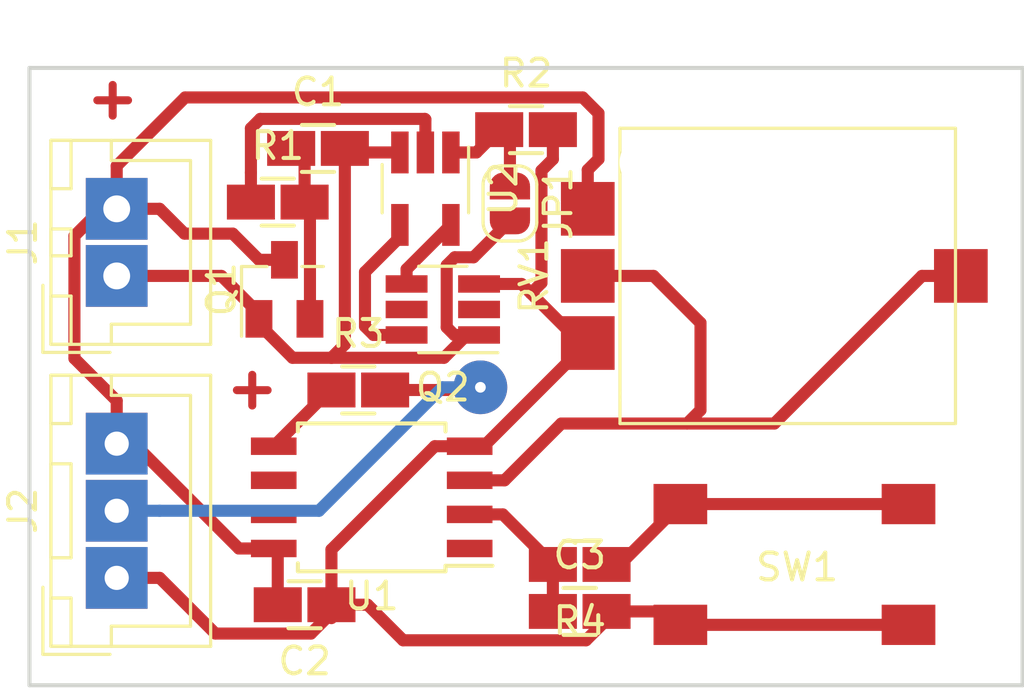
<source format=kicad_pcb>
(kicad_pcb (version 20171130) (host pcbnew 5.0.2-bee76a0~70~ubuntu18.04.1)

  (general
    (thickness 1.6)
    (drawings 6)
    (tracks 115)
    (zones 0)
    (modules 16)
    (nets 19)
  )

  (page A4)
  (layers
    (0 F.Cu signal)
    (31 B.Cu signal)
    (32 B.Adhes user)
    (33 F.Adhes user)
    (34 B.Paste user)
    (35 F.Paste user)
    (36 B.SilkS user)
    (37 F.SilkS user)
    (38 B.Mask user)
    (39 F.Mask user)
    (40 Dwgs.User user)
    (41 Cmts.User user)
    (42 Eco1.User user)
    (43 Eco2.User user)
    (44 Edge.Cuts user)
    (45 Margin user)
    (46 B.CrtYd user)
    (47 F.CrtYd user)
    (48 B.Fab user)
    (49 F.Fab user)
  )

  (setup
    (last_trace_width 0.45)
    (trace_clearance 0.2)
    (zone_clearance 0.508)
    (zone_45_only no)
    (trace_min 0.2)
    (segment_width 0.2)
    (edge_width 0.15)
    (via_size 2)
    (via_drill 0.4)
    (via_min_size 0.4)
    (via_min_drill 0.3)
    (uvia_size 0.3)
    (uvia_drill 0.1)
    (uvias_allowed no)
    (uvia_min_size 0.2)
    (uvia_min_drill 0.1)
    (pcb_text_width 0.3)
    (pcb_text_size 1.5 1.5)
    (mod_edge_width 0.15)
    (mod_text_size 1 1)
    (mod_text_width 0.15)
    (pad_size 1.524 1.524)
    (pad_drill 0.762)
    (pad_to_mask_clearance 0.051)
    (solder_mask_min_width 0.25)
    (aux_axis_origin 104 97)
    (visible_elements FFFFFF7F)
    (pcbplotparams
      (layerselection 0x010fc_ffffffff)
      (usegerberextensions false)
      (usegerberattributes false)
      (usegerberadvancedattributes false)
      (creategerberjobfile false)
      (excludeedgelayer true)
      (linewidth 0.100000)
      (plotframeref false)
      (viasonmask false)
      (mode 1)
      (useauxorigin false)
      (hpglpennumber 1)
      (hpglpenspeed 20)
      (hpglpendiameter 15.000000)
      (psnegative false)
      (psa4output false)
      (plotreference true)
      (plotvalue true)
      (plotinvisibletext false)
      (padsonsilk false)
      (subtractmaskfromsilk false)
      (outputformat 1)
      (mirror false)
      (drillshape 1)
      (scaleselection 1)
      (outputdirectory ""))
  )

  (net 0 "")
  (net 1 "Net-(RV1-Pad2)")
  (net 2 GND)
  (net 3 VCC)
  (net 4 "Net-(J2-Pad2)")
  (net 5 "Net-(C1-Pad2)")
  (net 6 "Net-(C1-Pad1)")
  (net 7 "Net-(R1-Pad1)")
  (net 8 NEOPIXEL)
  (net 9 "Net-(Q2-Pad5)")
  (net 10 "Net-(Q2-Pad2)")
  (net 11 "Net-(Q2-Pad4)")
  (net 12 "Net-(Q2-Pad6)")
  (net 13 "Net-(U1-Pad1)")
  (net 14 "Net-(U1-Pad7)")
  (net 15 "Net-(U1-Pad6)")
  (net 16 "Net-(R4-Pad1)")
  (net 17 BTN)
  (net 18 "Net-(JP1-Pad1)")

  (net_class Default "This is the default net class."
    (clearance 0.2)
    (trace_width 0.45)
    (via_dia 2)
    (via_drill 0.4)
    (uvia_dia 0.3)
    (uvia_drill 0.1)
    (add_net BTN)
    (add_net GND)
    (add_net NEOPIXEL)
    (add_net "Net-(C1-Pad1)")
    (add_net "Net-(C1-Pad2)")
    (add_net "Net-(J2-Pad2)")
    (add_net "Net-(JP1-Pad1)")
    (add_net "Net-(Q2-Pad2)")
    (add_net "Net-(Q2-Pad4)")
    (add_net "Net-(Q2-Pad5)")
    (add_net "Net-(Q2-Pad6)")
    (add_net "Net-(R1-Pad1)")
    (add_net "Net-(R4-Pad1)")
    (add_net "Net-(RV1-Pad2)")
    (add_net "Net-(U1-Pad1)")
    (add_net "Net-(U1-Pad6)")
    (add_net "Net-(U1-Pad7)")
    (add_net VCC)
  )

  (module Jumper:SolderJumper-2_P1.3mm_Open_RoundedPad1.0x1.5mm (layer F.Cu) (tedit 5B391E66) (tstamp 5C7FB8F5)
    (at 121.9 79.05 270)
    (descr "SMD Solder Jumper, 1x1.5mm, rounded Pads, 0.3mm gap, open")
    (tags "solder jumper open")
    (path /5C5437A5)
    (attr virtual)
    (fp_text reference JP1 (at 0 -1.8 270) (layer F.SilkS)
      (effects (font (size 1 1) (thickness 0.15)))
    )
    (fp_text value Jumper_NO_Small (at 0 1.9 270) (layer F.Fab)
      (effects (font (size 1 1) (thickness 0.15)))
    )
    (fp_arc (start 0.7 -0.3) (end 1.4 -0.3) (angle -90) (layer F.SilkS) (width 0.12))
    (fp_arc (start 0.7 0.3) (end 0.7 1) (angle -90) (layer F.SilkS) (width 0.12))
    (fp_arc (start -0.7 0.3) (end -1.4 0.3) (angle -90) (layer F.SilkS) (width 0.12))
    (fp_arc (start -0.7 -0.3) (end -0.7 -1) (angle -90) (layer F.SilkS) (width 0.12))
    (fp_line (start -1.4 0.3) (end -1.4 -0.3) (layer F.SilkS) (width 0.12))
    (fp_line (start 0.7 1) (end -0.7 1) (layer F.SilkS) (width 0.12))
    (fp_line (start 1.4 -0.3) (end 1.4 0.3) (layer F.SilkS) (width 0.12))
    (fp_line (start -0.7 -1) (end 0.7 -1) (layer F.SilkS) (width 0.12))
    (fp_line (start -1.65 -1.25) (end 1.65 -1.25) (layer F.CrtYd) (width 0.05))
    (fp_line (start -1.65 -1.25) (end -1.65 1.25) (layer F.CrtYd) (width 0.05))
    (fp_line (start 1.65 1.25) (end 1.65 -1.25) (layer F.CrtYd) (width 0.05))
    (fp_line (start 1.65 1.25) (end -1.65 1.25) (layer F.CrtYd) (width 0.05))
    (pad 1 smd custom (at -0.65 0 270) (size 1 0.5) (layers F.Cu F.Mask)
      (net 18 "Net-(JP1-Pad1)") (zone_connect 0)
      (options (clearance outline) (anchor rect))
      (primitives
        (gr_circle (center 0 0.25) (end 0.5 0.25) (width 0))
        (gr_circle (center 0 -0.25) (end 0.5 -0.25) (width 0))
        (gr_poly (pts
           (xy 0 -0.75) (xy 0.5 -0.75) (xy 0.5 0.75) (xy 0 0.75)) (width 0))
      ))
    (pad 2 smd custom (at 0.65 0 270) (size 1 0.5) (layers F.Cu F.Mask)
      (net 5 "Net-(C1-Pad2)") (zone_connect 0)
      (options (clearance outline) (anchor rect))
      (primitives
        (gr_circle (center 0 0.25) (end 0.5 0.25) (width 0))
        (gr_circle (center 0 -0.25) (end 0.5 -0.25) (width 0))
        (gr_poly (pts
           (xy 0 -0.75) (xy -0.5 -0.75) (xy -0.5 0.75) (xy 0 0.75)) (width 0))
      ))
  )

  (module Package_TO_SOT_SMD:SOT-23-6_Handsoldering (layer F.Cu) (tedit 5A02FF57) (tstamp 5C7FAFE5)
    (at 119.4 83 180)
    (descr "6-pin SOT-23 package, Handsoldering")
    (tags "SOT-23-6 Handsoldering")
    (path /5C538EB7)
    (attr smd)
    (fp_text reference Q2 (at 0 -2.9 180) (layer F.SilkS)
      (effects (font (size 1 1) (thickness 0.15)))
    )
    (fp_text value DMG9926UDM (at 0 2.9 180) (layer F.Fab)
      (effects (font (size 1 1) (thickness 0.15)))
    )
    (fp_text user %R (at 0 0 270) (layer F.Fab)
      (effects (font (size 0.5 0.5) (thickness 0.075)))
    )
    (fp_line (start -0.9 1.61) (end 0.9 1.61) (layer F.SilkS) (width 0.12))
    (fp_line (start 0.9 -1.61) (end -2.05 -1.61) (layer F.SilkS) (width 0.12))
    (fp_line (start -2.4 1.8) (end -2.4 -1.8) (layer F.CrtYd) (width 0.05))
    (fp_line (start 2.4 1.8) (end -2.4 1.8) (layer F.CrtYd) (width 0.05))
    (fp_line (start 2.4 -1.8) (end 2.4 1.8) (layer F.CrtYd) (width 0.05))
    (fp_line (start -2.4 -1.8) (end 2.4 -1.8) (layer F.CrtYd) (width 0.05))
    (fp_line (start -0.9 -0.9) (end -0.25 -1.55) (layer F.Fab) (width 0.1))
    (fp_line (start 0.9 -1.55) (end -0.25 -1.55) (layer F.Fab) (width 0.1))
    (fp_line (start -0.9 -0.9) (end -0.9 1.55) (layer F.Fab) (width 0.1))
    (fp_line (start 0.9 1.55) (end -0.9 1.55) (layer F.Fab) (width 0.1))
    (fp_line (start 0.9 -1.55) (end 0.9 1.55) (layer F.Fab) (width 0.1))
    (pad 1 smd rect (at -1.35 -0.95 180) (size 1.56 0.65) (layers F.Cu F.Paste F.Mask)
      (net 5 "Net-(C1-Pad2)"))
    (pad 2 smd rect (at -1.35 0 180) (size 1.56 0.65) (layers F.Cu F.Paste F.Mask)
      (net 10 "Net-(Q2-Pad2)"))
    (pad 3 smd rect (at -1.35 0.95 180) (size 1.56 0.65) (layers F.Cu F.Paste F.Mask)
      (net 2 GND))
    (pad 4 smd rect (at 1.35 0.95 180) (size 1.56 0.65) (layers F.Cu F.Paste F.Mask)
      (net 11 "Net-(Q2-Pad4)"))
    (pad 6 smd rect (at 1.35 -0.95 180) (size 1.56 0.65) (layers F.Cu F.Paste F.Mask)
      (net 12 "Net-(Q2-Pad6)"))
    (pad 5 smd rect (at 1.35 0 180) (size 1.56 0.65) (layers F.Cu F.Paste F.Mask)
      (net 9 "Net-(Q2-Pad5)"))
    (model ${KISYS3DMOD}/Package_TO_SOT_SMD.3dshapes/SOT-23-6.wrl
      (at (xyz 0 0 0))
      (scale (xyz 1 1 1))
      (rotate (xyz 0 0 0))
    )
  )

  (module coddingtonbear:0805_Milling (layer F.Cu) (tedit 5A864972) (tstamp 5C7FA2A1)
    (at 124.5 92.5 180)
    (descr "Resistor SMD 0805, reflow soldering, Vishay (see dcrcw.pdf)")
    (tags "resistor 0805")
    (path /5C53F00F)
    (attr smd)
    (fp_text reference R4 (at 0 -2.1 180) (layer F.SilkS)
      (effects (font (size 1 1) (thickness 0.15)))
    )
    (fp_text value 1k (at 0 2.1 180) (layer F.Fab)
      (effects (font (size 1 1) (thickness 0.15)))
    )
    (fp_line (start 0.6 0.875) (end -0.6 0.875) (layer F.SilkS) (width 0.15))
    (fp_line (start -0.6 -0.875) (end 0.6 -0.875) (layer F.SilkS) (width 0.15))
    (pad 1 smd rect (at -1 0 180) (size 1.79 1.3) (layers F.Cu F.Paste F.Mask)
      (net 16 "Net-(R4-Pad1)"))
    (pad 2 smd rect (at 1 0 180) (size 1.79 1.3) (layers F.Cu F.Paste F.Mask)
      (net 17 BTN))
    (model Resistors_SMD.3dshapes/R_0805.wrl
      (at (xyz 0 0 0))
      (scale (xyz 1 1 1))
      (rotate (xyz 0 0 0))
    )
  )

  (module coddingtonbear:0805_Milling (layer F.Cu) (tedit 5A864972) (tstamp 5C7FA26F)
    (at 124.5 94.25)
    (descr "Resistor SMD 0805, reflow soldering, Vishay (see dcrcw.pdf)")
    (tags "resistor 0805")
    (path /5C53F0C9)
    (attr smd)
    (fp_text reference C3 (at 0 -2.1) (layer F.SilkS)
      (effects (font (size 1 1) (thickness 0.15)))
    )
    (fp_text value 0.1u (at 0 2.1) (layer F.Fab)
      (effects (font (size 1 1) (thickness 0.15)))
    )
    (fp_line (start -0.6 -0.875) (end 0.6 -0.875) (layer F.SilkS) (width 0.15))
    (fp_line (start 0.6 0.875) (end -0.6 0.875) (layer F.SilkS) (width 0.15))
    (pad 2 smd rect (at 1 0) (size 1.79 1.3) (layers F.Cu F.Paste F.Mask)
      (net 2 GND))
    (pad 1 smd rect (at -1 0) (size 1.79 1.3) (layers F.Cu F.Paste F.Mask)
      (net 17 BTN))
    (model Resistors_SMD.3dshapes/R_0805.wrl
      (at (xyz 0 0 0))
      (scale (xyz 1 1 1))
      (rotate (xyz 0 0 0))
    )
  )

  (module coddingtonbear:SMD_RED_TACTILE_SWITCH (layer F.Cu) (tedit 59432E14) (tstamp 5C7FA1A9)
    (at 132.5 92.5)
    (path /5C53EEF8)
    (fp_text reference SW1 (at 0.1 0.1) (layer F.SilkS)
      (effects (font (size 1 1) (thickness 0.15)))
    )
    (fp_text value SW_Push (at 0 -0.1) (layer F.Fab)
      (effects (font (size 1 1) (thickness 0.15)))
    )
    (pad 1 smd rect (at -4.25 -2.25) (size 2 1.5) (layers F.Cu F.Paste F.Mask)
      (net 16 "Net-(R4-Pad1)"))
    (pad 1 smd rect (at 4.25 -2.25) (size 2 1.5) (layers F.Cu F.Paste F.Mask)
      (net 16 "Net-(R4-Pad1)"))
    (pad 2 smd rect (at -4.25 2.25) (size 2 1.5) (layers F.Cu F.Paste F.Mask)
      (net 2 GND))
    (pad 2 smd rect (at 4.25 2.25) (size 2 1.5) (layers F.Cu F.Paste F.Mask)
      (net 2 GND))
  )

  (module Package_TO_SOT_SMD:SuperSOT-3 (layer F.Cu) (tedit 5A02FF57) (tstamp 5C7F977E)
    (at 113.5 82.25 90)
    (descr "3-pin SuperSOT package https://www.fairchildsemi.com/package-drawings/MA/MA03B.pdf")
    (tags "SuperSOT-3 SSOT-3")
    (path /5C5383A1)
    (attr smd)
    (fp_text reference Q1 (at 0 -2.35 90) (layer F.SilkS)
      (effects (font (size 1 1) (thickness 0.15)))
    )
    (fp_text value Q_PMOS_GSD (at 0 2.4 90) (layer F.Fab)
      (effects (font (size 1 1) (thickness 0.15)))
    )
    (fp_text user %R (at 0 0 180) (layer F.Fab)
      (effects (font (size 0.5 0.5) (thickness 0.075)))
    )
    (fp_line (start 0.85 0.65) (end 0.85 1.45) (layer F.SilkS) (width 0.12))
    (fp_line (start -1.75 -1.6) (end 0.85 -1.6) (layer F.SilkS) (width 0.12))
    (fp_line (start 0.85 -1.6) (end 0.85 -0.65) (layer F.SilkS) (width 0.12))
    (fp_line (start 0.7 -1.45) (end 0.7 1.45) (layer F.Fab) (width 0.12))
    (fp_line (start 0.7 1.45) (end -0.7 1.45) (layer F.Fab) (width 0.12))
    (fp_line (start -0.7 1.45) (end -0.7 -0.9) (layer F.Fab) (width 0.12))
    (fp_line (start -0.7 -0.9) (end -0.15 -1.45) (layer F.Fab) (width 0.12))
    (fp_line (start -0.15 -1.45) (end 0.7 -1.45) (layer F.Fab) (width 0.12))
    (fp_line (start -2.05 -1.7) (end 2.05 -1.7) (layer F.CrtYd) (width 0.05))
    (fp_line (start -2.05 -1.7) (end -2.05 1.7) (layer F.CrtYd) (width 0.05))
    (fp_line (start 2.05 1.7) (end 2.05 -1.7) (layer F.CrtYd) (width 0.05))
    (fp_line (start 2.05 1.7) (end -2.05 1.7) (layer F.CrtYd) (width 0.05))
    (pad 1 smd rect (at -1.1 -0.95 90) (size 1.4 1) (layers F.Cu F.Paste F.Mask)
      (net 5 "Net-(C1-Pad2)"))
    (pad 2 smd rect (at -1.1 0.95 90) (size 1.4 1) (layers F.Cu F.Paste F.Mask)
      (net 6 "Net-(C1-Pad1)"))
    (pad 3 smd rect (at 1.1 0 90) (size 1.4 1) (layers F.Cu F.Paste F.Mask)
      (net 3 VCC))
    (model ${KISYS3DMOD}/Package_TO_SOT_SMD.3dshapes/SuperSOT-3.wrl
      (at (xyz 0 0 0))
      (scale (xyz 1 1 1))
      (rotate (xyz 0 0 0))
    )
  )

  (module Package_SO:SOIJ-8_5.3x5.3mm_P1.27mm (layer F.Cu) (tedit 5A02F2D3) (tstamp 5C7F8C45)
    (at 116.75 90 180)
    (descr "8-Lead Plastic Small Outline (SM) - Medium, 5.28 mm Body [SOIC] (see Microchip Packaging Specification 00000049BS.pdf)")
    (tags "SOIC 1.27")
    (path /5C5378A6)
    (attr smd)
    (fp_text reference U1 (at 0 -3.68 180) (layer F.SilkS)
      (effects (font (size 1 1) (thickness 0.15)))
    )
    (fp_text value ATtiny85-20SU (at 0 3.68 180) (layer F.Fab)
      (effects (font (size 1 1) (thickness 0.15)))
    )
    (fp_text user %R (at 0 0 180) (layer F.Fab)
      (effects (font (size 1 1) (thickness 0.15)))
    )
    (fp_line (start -1.65 -2.65) (end 2.65 -2.65) (layer F.Fab) (width 0.15))
    (fp_line (start 2.65 -2.65) (end 2.65 2.65) (layer F.Fab) (width 0.15))
    (fp_line (start 2.65 2.65) (end -2.65 2.65) (layer F.Fab) (width 0.15))
    (fp_line (start -2.65 2.65) (end -2.65 -1.65) (layer F.Fab) (width 0.15))
    (fp_line (start -2.65 -1.65) (end -1.65 -2.65) (layer F.Fab) (width 0.15))
    (fp_line (start -4.75 -2.95) (end -4.75 2.95) (layer F.CrtYd) (width 0.05))
    (fp_line (start 4.75 -2.95) (end 4.75 2.95) (layer F.CrtYd) (width 0.05))
    (fp_line (start -4.75 -2.95) (end 4.75 -2.95) (layer F.CrtYd) (width 0.05))
    (fp_line (start -4.75 2.95) (end 4.75 2.95) (layer F.CrtYd) (width 0.05))
    (fp_line (start -2.75 -2.755) (end -2.75 -2.55) (layer F.SilkS) (width 0.15))
    (fp_line (start 2.75 -2.755) (end 2.75 -2.455) (layer F.SilkS) (width 0.15))
    (fp_line (start 2.75 2.755) (end 2.75 2.455) (layer F.SilkS) (width 0.15))
    (fp_line (start -2.75 2.755) (end -2.75 2.455) (layer F.SilkS) (width 0.15))
    (fp_line (start -2.75 -2.755) (end 2.75 -2.755) (layer F.SilkS) (width 0.15))
    (fp_line (start -2.75 2.755) (end 2.75 2.755) (layer F.SilkS) (width 0.15))
    (fp_line (start -2.75 -2.55) (end -4.5 -2.55) (layer F.SilkS) (width 0.15))
    (pad 1 smd rect (at -3.65 -1.905 180) (size 1.7 0.65) (layers F.Cu F.Paste F.Mask)
      (net 13 "Net-(U1-Pad1)"))
    (pad 2 smd rect (at -3.65 -0.635 180) (size 1.7 0.65) (layers F.Cu F.Paste F.Mask)
      (net 17 BTN))
    (pad 3 smd rect (at -3.65 0.635 180) (size 1.7 0.65) (layers F.Cu F.Paste F.Mask)
      (net 1 "Net-(RV1-Pad2)"))
    (pad 4 smd rect (at -3.65 1.905 180) (size 1.7 0.65) (layers F.Cu F.Paste F.Mask)
      (net 2 GND))
    (pad 5 smd rect (at 3.65 1.905 180) (size 1.7 0.65) (layers F.Cu F.Paste F.Mask)
      (net 8 NEOPIXEL))
    (pad 6 smd rect (at 3.65 0.635 180) (size 1.7 0.65) (layers F.Cu F.Paste F.Mask)
      (net 15 "Net-(U1-Pad6)"))
    (pad 7 smd rect (at 3.65 -0.635 180) (size 1.7 0.65) (layers F.Cu F.Paste F.Mask)
      (net 14 "Net-(U1-Pad7)"))
    (pad 8 smd rect (at 3.65 -1.905 180) (size 1.7 0.65) (layers F.Cu F.Paste F.Mask)
      (net 3 VCC))
    (model ${KISYS3DMOD}/Package_SO.3dshapes/SOIJ-8_5.3x5.3mm_P1.27mm.wrl
      (at (xyz 0 0 0))
      (scale (xyz 1 1 1))
      (rotate (xyz 0 0 0))
    )
  )

  (module Package_TO_SOT_SMD:SOT-23-5_HandSoldering (layer F.Cu) (tedit 5A0AB76C) (tstamp 5C7F8C28)
    (at 118.75 78.5 270)
    (descr "5-pin SOT23 package")
    (tags "SOT-23-5 hand-soldering")
    (path /5C538298)
    (attr smd)
    (fp_text reference U2 (at 0 -2.9 270) (layer F.SilkS)
      (effects (font (size 1 1) (thickness 0.15)))
    )
    (fp_text value AP9101C-SOT-25 (at 0 2.9 270) (layer F.Fab)
      (effects (font (size 1 1) (thickness 0.15)))
    )
    (fp_text user %R (at 0 0) (layer F.Fab)
      (effects (font (size 0.5 0.5) (thickness 0.075)))
    )
    (fp_line (start -0.9 1.61) (end 0.9 1.61) (layer F.SilkS) (width 0.12))
    (fp_line (start 0.9 -1.61) (end -1.55 -1.61) (layer F.SilkS) (width 0.12))
    (fp_line (start -0.9 -0.9) (end -0.25 -1.55) (layer F.Fab) (width 0.1))
    (fp_line (start 0.9 -1.55) (end -0.25 -1.55) (layer F.Fab) (width 0.1))
    (fp_line (start -0.9 -0.9) (end -0.9 1.55) (layer F.Fab) (width 0.1))
    (fp_line (start 0.9 1.55) (end -0.9 1.55) (layer F.Fab) (width 0.1))
    (fp_line (start 0.9 -1.55) (end 0.9 1.55) (layer F.Fab) (width 0.1))
    (fp_line (start -2.38 -1.8) (end 2.38 -1.8) (layer F.CrtYd) (width 0.05))
    (fp_line (start -2.38 -1.8) (end -2.38 1.8) (layer F.CrtYd) (width 0.05))
    (fp_line (start 2.38 1.8) (end 2.38 -1.8) (layer F.CrtYd) (width 0.05))
    (fp_line (start 2.38 1.8) (end -2.38 1.8) (layer F.CrtYd) (width 0.05))
    (pad 1 smd rect (at -1.35 -0.95 270) (size 1.56 0.65) (layers F.Cu F.Paste F.Mask)
      (net 18 "Net-(JP1-Pad1)"))
    (pad 2 smd rect (at -1.35 0 270) (size 1.56 0.65) (layers F.Cu F.Paste F.Mask)
      (net 7 "Net-(R1-Pad1)"))
    (pad 3 smd rect (at -1.35 0.95 270) (size 1.56 0.65) (layers F.Cu F.Paste F.Mask)
      (net 5 "Net-(C1-Pad2)"))
    (pad 4 smd rect (at 1.35 0.95 270) (size 1.56 0.65) (layers F.Cu F.Paste F.Mask)
      (net 12 "Net-(Q2-Pad6)"))
    (pad 5 smd rect (at 1.35 -0.95 270) (size 1.56 0.65) (layers F.Cu F.Paste F.Mask)
      (net 11 "Net-(Q2-Pad4)"))
    (model ${KISYS3DMOD}/Package_TO_SOT_SMD.3dshapes/SOT-23-5.wrl
      (at (xyz 0 0 0))
      (scale (xyz 1 1 1))
      (rotate (xyz 0 0 0))
    )
  )

  (module coddingtonbear:0805_Milling (layer F.Cu) (tedit 5A864972) (tstamp 5C7F8BE7)
    (at 116.25 86)
    (descr "Resistor SMD 0805, reflow soldering, Vishay (see dcrcw.pdf)")
    (tags "resistor 0805")
    (path /5C537D37)
    (attr smd)
    (fp_text reference R3 (at 0 -2.1) (layer F.SilkS)
      (effects (font (size 1 1) (thickness 0.15)))
    )
    (fp_text value 330 (at 0 2.1) (layer F.Fab)
      (effects (font (size 1 1) (thickness 0.15)))
    )
    (fp_line (start -0.6 -0.875) (end 0.6 -0.875) (layer F.SilkS) (width 0.15))
    (fp_line (start 0.6 0.875) (end -0.6 0.875) (layer F.SilkS) (width 0.15))
    (pad 2 smd rect (at 1 0) (size 1.79 1.3) (layers F.Cu F.Paste F.Mask)
      (net 4 "Net-(J2-Pad2)"))
    (pad 1 smd rect (at -1 0) (size 1.79 1.3) (layers F.Cu F.Paste F.Mask)
      (net 8 NEOPIXEL))
    (model Resistors_SMD.3dshapes/R_0805.wrl
      (at (xyz 0 0 0))
      (scale (xyz 1 1 1))
      (rotate (xyz 0 0 0))
    )
  )

  (module coddingtonbear:0805_Milling (layer F.Cu) (tedit 5A864972) (tstamp 5C7F8BDF)
    (at 122.5 76.3)
    (descr "Resistor SMD 0805, reflow soldering, Vishay (see dcrcw.pdf)")
    (tags "resistor 0805")
    (path /5C53A014)
    (attr smd)
    (fp_text reference R2 (at 0 -2.1) (layer F.SilkS)
      (effects (font (size 1 1) (thickness 0.15)))
    )
    (fp_text value 2.7k (at 0 2.1) (layer F.Fab)
      (effects (font (size 1 1) (thickness 0.15)))
    )
    (fp_line (start 0.6 0.875) (end -0.6 0.875) (layer F.SilkS) (width 0.15))
    (fp_line (start -0.6 -0.875) (end 0.6 -0.875) (layer F.SilkS) (width 0.15))
    (pad 1 smd rect (at -1 0) (size 1.79 1.3) (layers F.Cu F.Paste F.Mask)
      (net 18 "Net-(JP1-Pad1)"))
    (pad 2 smd rect (at 1 0) (size 1.79 1.3) (layers F.Cu F.Paste F.Mask)
      (net 2 GND))
    (model Resistors_SMD.3dshapes/R_0805.wrl
      (at (xyz 0 0 0))
      (scale (xyz 1 1 1))
      (rotate (xyz 0 0 0))
    )
  )

  (module coddingtonbear:0805_Milling (layer F.Cu) (tedit 5A864972) (tstamp 5C7F8BD7)
    (at 113.25 79)
    (descr "Resistor SMD 0805, reflow soldering, Vishay (see dcrcw.pdf)")
    (tags "resistor 0805")
    (path /5C53886F)
    (attr smd)
    (fp_text reference R1 (at 0 -2.1) (layer F.SilkS)
      (effects (font (size 1 1) (thickness 0.15)))
    )
    (fp_text value 330 (at 0 2.1) (layer F.Fab)
      (effects (font (size 1 1) (thickness 0.15)))
    )
    (fp_line (start -0.6 -0.875) (end 0.6 -0.875) (layer F.SilkS) (width 0.15))
    (fp_line (start 0.6 0.875) (end -0.6 0.875) (layer F.SilkS) (width 0.15))
    (pad 2 smd rect (at 1 0) (size 1.79 1.3) (layers F.Cu F.Paste F.Mask)
      (net 6 "Net-(C1-Pad1)"))
    (pad 1 smd rect (at -1 0) (size 1.79 1.3) (layers F.Cu F.Paste F.Mask)
      (net 7 "Net-(R1-Pad1)"))
    (model Resistors_SMD.3dshapes/R_0805.wrl
      (at (xyz 0 0 0))
      (scale (xyz 1 1 1))
      (rotate (xyz 0 0 0))
    )
  )

  (module coddingtonbear:0805_Milling (layer F.Cu) (tedit 5A864972) (tstamp 5C7F8BCF)
    (at 114.25 94 180)
    (descr "Resistor SMD 0805, reflow soldering, Vishay (see dcrcw.pdf)")
    (tags "resistor 0805")
    (path /5C53ABA7)
    (attr smd)
    (fp_text reference C2 (at 0 -2.1 180) (layer F.SilkS)
      (effects (font (size 1 1) (thickness 0.15)))
    )
    (fp_text value 0.1u (at 0 2.1 180) (layer F.Fab)
      (effects (font (size 1 1) (thickness 0.15)))
    )
    (fp_line (start 0.6 0.875) (end -0.6 0.875) (layer F.SilkS) (width 0.15))
    (fp_line (start -0.6 -0.875) (end 0.6 -0.875) (layer F.SilkS) (width 0.15))
    (pad 1 smd rect (at -1 0 180) (size 1.79 1.3) (layers F.Cu F.Paste F.Mask)
      (net 2 GND))
    (pad 2 smd rect (at 1 0 180) (size 1.79 1.3) (layers F.Cu F.Paste F.Mask)
      (net 3 VCC))
    (model Resistors_SMD.3dshapes/R_0805.wrl
      (at (xyz 0 0 0))
      (scale (xyz 1 1 1))
      (rotate (xyz 0 0 0))
    )
  )

  (module coddingtonbear:0805_Milling (layer F.Cu) (tedit 5A864972) (tstamp 5C7F8BC7)
    (at 114.75 77)
    (descr "Resistor SMD 0805, reflow soldering, Vishay (see dcrcw.pdf)")
    (tags "resistor 0805")
    (path /5C53890F)
    (attr smd)
    (fp_text reference C1 (at 0 -2.1) (layer F.SilkS)
      (effects (font (size 1 1) (thickness 0.15)))
    )
    (fp_text value 0.1u (at 0 2.1) (layer F.Fab)
      (effects (font (size 1 1) (thickness 0.15)))
    )
    (fp_line (start -0.6 -0.875) (end 0.6 -0.875) (layer F.SilkS) (width 0.15))
    (fp_line (start 0.6 0.875) (end -0.6 0.875) (layer F.SilkS) (width 0.15))
    (pad 2 smd rect (at 1 0) (size 1.79 1.3) (layers F.Cu F.Paste F.Mask)
      (net 5 "Net-(C1-Pad2)"))
    (pad 1 smd rect (at -1 0) (size 1.79 1.3) (layers F.Cu F.Paste F.Mask)
      (net 6 "Net-(C1-Pad1)"))
    (model Resistors_SMD.3dshapes/R_0805.wrl
      (at (xyz 0 0 0))
      (scale (xyz 1 1 1))
      (rotate (xyz 0 0 0))
    )
  )

  (module coddingtonbear:JST_XH_B02B-XH-A_02x2.50mm_Straight_LargePads (layer F.Cu) (tedit 5C031FA4) (tstamp 5C7F8BBF)
    (at 107.25 81.75 90)
    (descr "JST XH series connector, B02B-XH-A, top entry type, through hole")
    (tags "connector jst xh tht top vertical 2.50mm")
    (path /5C537995)
    (fp_text reference J1 (at 1.25 -3.5 90) (layer F.SilkS)
      (effects (font (size 1 1) (thickness 0.15)))
    )
    (fp_text value Power (at 1.25 4.5 90) (layer F.Fab)
      (effects (font (size 1 1) (thickness 0.15)))
    )
    (fp_text user %R (at 1.25 2.499999 90) (layer F.Fab)
      (effects (font (size 1 1) (thickness 0.15)))
    )
    (fp_line (start -2.85 -2.75) (end -2.85 -0.25) (layer F.Fab) (width 0.1))
    (fp_line (start -0.35 -2.75) (end -2.85 -2.75) (layer F.Fab) (width 0.1))
    (fp_line (start -2.85 -2.75) (end -2.85 -0.25) (layer F.SilkS) (width 0.12))
    (fp_line (start -0.35 -2.75) (end -2.85 -2.75) (layer F.SilkS) (width 0.12))
    (fp_line (start 4.3 2.75) (end 1.25 2.75) (layer F.SilkS) (width 0.12))
    (fp_line (start 4.3 -0.2) (end 4.3 2.75) (layer F.SilkS) (width 0.12))
    (fp_line (start 5.05 -0.2) (end 4.3 -0.2) (layer F.SilkS) (width 0.12))
    (fp_line (start -1.8 2.75) (end 1.25 2.75) (layer F.SilkS) (width 0.12))
    (fp_line (start -1.8 -0.2) (end -1.8 2.75) (layer F.SilkS) (width 0.12))
    (fp_line (start -2.55 -0.2) (end -1.8 -0.2) (layer F.SilkS) (width 0.12))
    (fp_line (start 5.05 -2.45) (end 3.25 -2.450001) (layer F.SilkS) (width 0.12))
    (fp_line (start 5.05 -1.7) (end 5.05 -2.45) (layer F.SilkS) (width 0.12))
    (fp_line (start 3.250001 -1.7) (end 5.05 -1.7) (layer F.SilkS) (width 0.12))
    (fp_line (start 3.25 -2.450001) (end 3.250001 -1.7) (layer F.SilkS) (width 0.12))
    (fp_line (start -0.75 -2.450001) (end -2.55 -2.45) (layer F.SilkS) (width 0.12))
    (fp_line (start -0.750001 -1.7) (end -0.75 -2.450001) (layer F.SilkS) (width 0.12))
    (fp_line (start -2.55 -1.7) (end -0.750001 -1.7) (layer F.SilkS) (width 0.12))
    (fp_line (start -2.55 -2.45) (end -2.55 -1.7) (layer F.SilkS) (width 0.12))
    (fp_line (start 1.749999 -2.45) (end 0.75 -2.450001) (layer F.SilkS) (width 0.12))
    (fp_line (start 1.749999 -1.7) (end 1.749999 -2.45) (layer F.SilkS) (width 0.12))
    (fp_line (start 0.750001 -1.7) (end 1.749999 -1.7) (layer F.SilkS) (width 0.12))
    (fp_line (start 0.75 -2.450001) (end 0.750001 -1.7) (layer F.SilkS) (width 0.12))
    (fp_line (start 5.05 -2.45) (end -2.55 -2.45) (layer F.SilkS) (width 0.12))
    (fp_line (start 5.05 3.5) (end 5.05 -2.45) (layer F.SilkS) (width 0.12))
    (fp_line (start -2.55 3.5) (end 5.05 3.5) (layer F.SilkS) (width 0.12))
    (fp_line (start -2.55 -2.45) (end -2.55 3.5) (layer F.SilkS) (width 0.12))
    (fp_line (start 5.45 -2.85) (end -2.95 -2.85) (layer F.CrtYd) (width 0.05))
    (fp_line (start 5.45 3.899999) (end 5.45 -2.85) (layer F.CrtYd) (width 0.05))
    (fp_line (start -2.95 3.899999) (end 5.45 3.899999) (layer F.CrtYd) (width 0.05))
    (fp_line (start -2.95 -2.85) (end -2.95 3.899999) (layer F.CrtYd) (width 0.05))
    (fp_line (start 4.950001 -2.35) (end -2.450001 -2.35) (layer F.Fab) (width 0.1))
    (fp_line (start 4.950001 3.4) (end 4.950001 -2.35) (layer F.Fab) (width 0.1))
    (fp_line (start -2.450001 3.4) (end 4.950001 3.4) (layer F.Fab) (width 0.1))
    (fp_line (start -2.450001 -2.35) (end -2.450001 3.4) (layer F.Fab) (width 0.1))
    (pad 2 thru_hole rect (at 2.5 0 90) (size 2.3 2.3) (drill 1) (layers *.Cu *.Mask)
      (net 3 VCC))
    (pad 1 thru_hole rect (at 0 0 90) (size 2.3 2.3) (drill 1) (layers *.Cu *.Mask)
      (net 5 "Net-(C1-Pad2)"))
    (model Connectors_JST.3dshapes/JST_XH_B02B-XH-A_02x2.50mm_Straight.wrl
      (at (xyz 0 0 0))
      (scale (xyz 1 1 1))
      (rotate (xyz 0 0 0))
    )
  )

  (module coddingtonbear:JST_XH_B03B-XH-A_03x2.50mm_Straight_LargePads (layer F.Cu) (tedit 5C031FD8) (tstamp 5C7F8B96)
    (at 107.25 93 90)
    (descr "JST XH series connector, B03B-XH-A, top entry type, through hole")
    (tags "connector jst xh tht top vertical 2.50mm")
    (path /5C537A6B)
    (fp_text reference J2 (at 2.5 -3.5 90) (layer F.SilkS)
      (effects (font (size 1 1) (thickness 0.15)))
    )
    (fp_text value LED (at 2.5 4.5 90) (layer F.Fab)
      (effects (font (size 1 1) (thickness 0.15)))
    )
    (fp_line (start -2.45 -2.35) (end -2.45 3.4) (layer F.Fab) (width 0.1))
    (fp_line (start -2.45 3.4) (end 7.45 3.4) (layer F.Fab) (width 0.1))
    (fp_line (start 7.45 3.4) (end 7.45 -2.35) (layer F.Fab) (width 0.1))
    (fp_line (start 7.45 -2.35) (end -2.45 -2.35) (layer F.Fab) (width 0.1))
    (fp_line (start -2.95 -2.85) (end -2.95 3.9) (layer F.CrtYd) (width 0.05))
    (fp_line (start -2.95 3.9) (end 7.95 3.9) (layer F.CrtYd) (width 0.05))
    (fp_line (start 7.95 3.9) (end 7.95 -2.85) (layer F.CrtYd) (width 0.05))
    (fp_line (start 7.95 -2.85) (end -2.95 -2.85) (layer F.CrtYd) (width 0.05))
    (fp_line (start -2.55 -2.45) (end -2.55 3.5) (layer F.SilkS) (width 0.12))
    (fp_line (start -2.55 3.5) (end 7.55 3.5) (layer F.SilkS) (width 0.12))
    (fp_line (start 7.55 3.5) (end 7.55 -2.45) (layer F.SilkS) (width 0.12))
    (fp_line (start 7.55 -2.45) (end -2.55 -2.45) (layer F.SilkS) (width 0.12))
    (fp_line (start 0.75 -2.45) (end 0.75 -1.7) (layer F.SilkS) (width 0.12))
    (fp_line (start 0.75 -1.7) (end 4.25 -1.7) (layer F.SilkS) (width 0.12))
    (fp_line (start 4.25 -1.7) (end 4.25 -2.45) (layer F.SilkS) (width 0.12))
    (fp_line (start 4.25 -2.45) (end 0.75 -2.45) (layer F.SilkS) (width 0.12))
    (fp_line (start -2.55 -2.45) (end -2.55 -1.7) (layer F.SilkS) (width 0.12))
    (fp_line (start -2.55 -1.7) (end -0.75 -1.7) (layer F.SilkS) (width 0.12))
    (fp_line (start -0.75 -1.7) (end -0.75 -2.45) (layer F.SilkS) (width 0.12))
    (fp_line (start -0.75 -2.45) (end -2.55 -2.45) (layer F.SilkS) (width 0.12))
    (fp_line (start 5.75 -2.45) (end 5.75 -1.7) (layer F.SilkS) (width 0.12))
    (fp_line (start 5.75 -1.7) (end 7.55 -1.7) (layer F.SilkS) (width 0.12))
    (fp_line (start 7.55 -1.7) (end 7.55 -2.45) (layer F.SilkS) (width 0.12))
    (fp_line (start 7.55 -2.45) (end 5.75 -2.45) (layer F.SilkS) (width 0.12))
    (fp_line (start -2.55 -0.2) (end -1.8 -0.2) (layer F.SilkS) (width 0.12))
    (fp_line (start -1.8 -0.2) (end -1.8 2.75) (layer F.SilkS) (width 0.12))
    (fp_line (start -1.8 2.75) (end 2.5 2.75) (layer F.SilkS) (width 0.12))
    (fp_line (start 7.55 -0.2) (end 6.8 -0.2) (layer F.SilkS) (width 0.12))
    (fp_line (start 6.8 -0.2) (end 6.8 2.75) (layer F.SilkS) (width 0.12))
    (fp_line (start 6.8 2.75) (end 2.5 2.75) (layer F.SilkS) (width 0.12))
    (fp_line (start -0.35 -2.75) (end -2.85 -2.75) (layer F.SilkS) (width 0.12))
    (fp_line (start -2.85 -2.75) (end -2.85 -0.25) (layer F.SilkS) (width 0.12))
    (fp_line (start -0.35 -2.75) (end -2.85 -2.75) (layer F.Fab) (width 0.1))
    (fp_line (start -2.85 -2.75) (end -2.85 -0.25) (layer F.Fab) (width 0.1))
    (fp_text user %R (at 2.5 2.5 90) (layer F.Fab)
      (effects (font (size 1 1) (thickness 0.15)))
    )
    (pad 1 thru_hole rect (at 0 0 90) (size 2.3 2.3) (drill 0.9) (layers *.Cu *.Mask)
      (net 2 GND))
    (pad 2 thru_hole rect (at 2.5 0 90) (size 2.3 2.3) (drill 0.9) (layers *.Cu *.Mask)
      (net 4 "Net-(J2-Pad2)"))
    (pad 3 thru_hole rect (at 5 0 90) (size 2.3 2.3) (drill 0.9) (layers *.Cu *.Mask)
      (net 3 VCC))
    (model Connectors_JST.3dshapes/JST_XH_B03B-XH-A_03x2.50mm_Straight.wrl
      (at (xyz 0 0 0))
      (scale (xyz 1 1 1))
      (rotate (xyz 0 0 0))
    )
  )

  (module coddingtonbear:SV01_Murata_Pot (layer F.Cu) (tedit 5BADAD2F) (tstamp 5C7F8B6C)
    (at 132.5 81.75 270)
    (path /5C53C20C)
    (fp_text reference RV1 (at 0 9.7 270) (layer F.SilkS)
      (effects (font (size 1 1) (thickness 0.15)))
    )
    (fp_text value R_POT (at -2.55 -3.7 270) (layer F.Fab)
      (effects (font (size 1 1) (thickness 0.15)))
    )
    (fp_line (start -5.5 6.5) (end 5.5 6.5) (layer F.SilkS) (width 0.12))
    (fp_line (start -5.5 -6) (end 5.5 -6) (layer F.SilkS) (width 0.12))
    (fp_line (start 5.5 -6) (end 5.5 6.5) (layer F.SilkS) (width 0.12))
    (fp_line (start -5.5 6.5) (end -5.5 -6) (layer F.SilkS) (width 0.12))
    (pad 2 smd rect (at 0 7.7 270) (size 2 2) (layers F.Cu F.Paste F.Mask)
      (net 1 "Net-(RV1-Pad2)"))
    (pad 1 smd rect (at -2.5 7.7 270) (size 2 2) (layers F.Cu F.Paste F.Mask)
      (net 3 VCC))
    (pad 3 smd rect (at 2.5 7.7 270) (size 2 2) (layers F.Cu F.Paste F.Mask)
      (net 2 GND))
    (pad 2 smd rect (at 0 -6.2 270) (size 2 2) (layers F.Cu F.Paste F.Mask)
      (net 1 "Net-(RV1-Pad2)"))
    (pad "" np_thru_hole circle (at 0 0 270) (size 5 5) (drill 5) (layers *.Cu *.Mask))
    (pad "" np_thru_hole circle (at -4.2309 5.5138 270) (size 2 2) (drill 2) (layers *.Cu *.Mask))
    (pad "" np_thru_hole oval (at 4.2309 5.5138 307.5) (size 1.1 2) (drill oval 1.1 2) (layers *.Cu *.Mask))
  )

  (gr_text + (at 107.1 75.1) (layer F.Cu)
    (effects (font (size 1.5 1.5) (thickness 0.3)))
  )
  (gr_text + (at 112.3 85.9) (layer F.Cu)
    (effects (font (size 1.5 1.5) (thickness 0.3)))
  )
  (gr_line (start 141 74) (end 104 74) (layer Edge.Cuts) (width 0.15))
  (gr_line (start 141 97) (end 141 74) (layer Edge.Cuts) (width 0.15))
  (gr_line (start 104 97) (end 141 97) (layer Edge.Cuts) (width 0.15))
  (gr_line (start 104 74) (end 104 97) (layer Edge.Cuts) (width 0.15))

  (segment (start 121.7 89.365) (end 123.815 87.25) (width 0.45) (layer F.Cu) (net 1))
  (segment (start 120.4 89.365) (end 121.7 89.365) (width 0.45) (layer F.Cu) (net 1))
  (segment (start 123.815 87.25) (end 128.5 87.25) (width 0.45) (layer F.Cu) (net 1))
  (segment (start 128.5 87.25) (end 129 86.75) (width 0.45) (layer F.Cu) (net 1))
  (segment (start 129 86.75) (end 129 83.5) (width 0.45) (layer F.Cu) (net 1))
  (segment (start 127.25 81.75) (end 124.8 81.75) (width 0.45) (layer F.Cu) (net 1))
  (segment (start 129 83.5) (end 127.25 81.75) (width 0.45) (layer F.Cu) (net 1))
  (segment (start 131.75 87.25) (end 128.5 87.25) (width 0.45) (layer F.Cu) (net 1))
  (segment (start 137.25 81.75) (end 131.75 87.25) (width 0.45) (layer F.Cu) (net 1))
  (segment (start 138.7 81.75) (end 137.25 81.75) (width 0.45) (layer F.Cu) (net 1))
  (segment (start 115.25 91.945) (end 115.25 93.4) (width 0.45) (layer F.Cu) (net 2))
  (segment (start 115.25 93.4) (end 115.25 94.5) (width 0.45) (layer F.Cu) (net 2))
  (segment (start 119.1 88.095) (end 115.25 91.945) (width 0.45) (layer F.Cu) (net 2))
  (segment (start 120.4 88.095) (end 119.1 88.095) (width 0.45) (layer F.Cu) (net 2))
  (segment (start 128.25 94.75) (end 136.75 94.75) (width 0.45) (layer F.Cu) (net 2))
  (segment (start 127.75 94.25) (end 128.25 94.75) (width 0.45) (layer F.Cu) (net 2))
  (segment (start 125.5 94.25) (end 127.75 94.25) (width 0.45) (layer F.Cu) (net 2))
  (segment (start 124.735001 95.325001) (end 125.5 94.560002) (width 0.45) (layer F.Cu) (net 2))
  (segment (start 117.920001 95.325001) (end 124.735001 95.325001) (width 0.45) (layer F.Cu) (net 2))
  (segment (start 125.5 94.560002) (end 125.5 94.25) (width 0.45) (layer F.Cu) (net 2))
  (segment (start 116.595 94) (end 117.920001 95.325001) (width 0.45) (layer F.Cu) (net 2))
  (segment (start 115.25 94) (end 116.595 94) (width 0.45) (layer F.Cu) (net 2))
  (segment (start 108.85 93) (end 107.25 93) (width 0.45) (layer F.Cu) (net 2))
  (segment (start 110.925001 95.075001) (end 108.85 93) (width 0.45) (layer F.Cu) (net 2))
  (segment (start 114.485001 95.075001) (end 110.925001 95.075001) (width 0.45) (layer F.Cu) (net 2))
  (segment (start 115.25 94.310002) (end 114.485001 95.075001) (width 0.45) (layer F.Cu) (net 2))
  (segment (start 115.25 94) (end 115.25 94.310002) (width 0.45) (layer F.Cu) (net 2))
  (segment (start 124.534998 84.25) (end 124.8 84.25) (width 0.45) (layer F.Cu) (net 2))
  (segment (start 120.75 82.05) (end 122.334998 82.05) (width 0.45) (layer F.Cu) (net 2))
  (segment (start 120.925 88.095) (end 120.4 88.095) (width 0.45) (layer F.Cu) (net 2))
  (segment (start 124.8 84.25) (end 124.77 84.25) (width 0.45) (layer F.Cu) (net 2))
  (segment (start 124.77 84.25) (end 120.925 88.095) (width 0.45) (layer F.Cu) (net 2))
  (segment (start 123.5 77.4) (end 123.07501 77.82499) (width 0.45) (layer F.Cu) (net 2))
  (segment (start 123.07501 82.009988) (end 122.684998 82.4) (width 0.45) (layer F.Cu) (net 2))
  (segment (start 123.07501 77.82499) (end 123.07501 82.009988) (width 0.45) (layer F.Cu) (net 2))
  (segment (start 123.5 76.3) (end 123.5 77.4) (width 0.45) (layer F.Cu) (net 2))
  (segment (start 122.334998 82.05) (end 122.684998 82.4) (width 0.45) (layer F.Cu) (net 2))
  (segment (start 122.684998 82.4) (end 124.534998 84.25) (width 0.45) (layer F.Cu) (net 2))
  (segment (start 111.8 91.905) (end 113.1 91.905) (width 0.45) (layer F.Cu) (net 3))
  (segment (start 107.895 88) (end 111.8 91.905) (width 0.45) (layer F.Cu) (net 3))
  (segment (start 107.25 88) (end 107.895 88) (width 0.45) (layer F.Cu) (net 3))
  (segment (start 108.85 79.25) (end 107.25 79.25) (width 0.45) (layer F.Cu) (net 3))
  (segment (start 109.774999 80.174999) (end 108.85 79.25) (width 0.45) (layer F.Cu) (net 3))
  (segment (start 111.574999 80.174999) (end 109.774999 80.174999) (width 0.45) (layer F.Cu) (net 3))
  (segment (start 112.55 81.15) (end 111.574999 80.174999) (width 0.45) (layer F.Cu) (net 3))
  (segment (start 113.5 81.15) (end 112.55 81.15) (width 0.45) (layer F.Cu) (net 3))
  (segment (start 106.684998 79.25) (end 107.25 79.25) (width 0.45) (layer F.Cu) (net 3))
  (segment (start 105.674999 84.824999) (end 105.674999 80.259999) (width 0.45) (layer F.Cu) (net 3))
  (segment (start 105.674999 80.259999) (end 106.684998 79.25) (width 0.45) (layer F.Cu) (net 3))
  (segment (start 107.25 86.4) (end 105.674999 84.824999) (width 0.45) (layer F.Cu) (net 3))
  (segment (start 107.25 88) (end 107.25 86.4) (width 0.45) (layer F.Cu) (net 3))
  (segment (start 113.25 92.055) (end 113.1 91.905) (width 0.45) (layer F.Cu) (net 3))
  (segment (start 113.25 94) (end 113.25 92.055) (width 0.45) (layer F.Cu) (net 3))
  (segment (start 124.8 77.8) (end 124.8 79.25) (width 0.45) (layer F.Cu) (net 3))
  (segment (start 107.25 79.25) (end 107.25 77.65) (width 0.45) (layer F.Cu) (net 3))
  (segment (start 107.25 77.65) (end 109.8 75.1) (width 0.45) (layer F.Cu) (net 3))
  (segment (start 109.8 75.1) (end 124.610002 75.1) (width 0.45) (layer F.Cu) (net 3))
  (segment (start 124.610002 75.1) (end 125.2 75.689998) (width 0.45) (layer F.Cu) (net 3))
  (segment (start 125.2 75.689998) (end 125.2 77.4) (width 0.45) (layer F.Cu) (net 3))
  (segment (start 125.2 77.4) (end 124.8 77.8) (width 0.45) (layer F.Cu) (net 3))
  (via (at 120.8 85.9) (size 2) (drill 0.4) (layers F.Cu B.Cu) (net 4))
  (segment (start 120.7 86) (end 120.8 85.9) (width 0.45) (layer F.Cu) (net 4))
  (segment (start 117.25 86) (end 120.7 86) (width 0.45) (layer F.Cu) (net 4))
  (segment (start 108.85 90.5) (end 107.25 90.5) (width 0.45) (layer B.Cu) (net 4))
  (segment (start 114.785787 90.5) (end 108.85 90.5) (width 0.45) (layer B.Cu) (net 4))
  (segment (start 119.385787 85.9) (end 114.785787 90.5) (width 0.45) (layer B.Cu) (net 4))
  (segment (start 120.8 85.9) (end 119.385787 85.9) (width 0.45) (layer B.Cu) (net 4))
  (segment (start 112.55 83.15) (end 112.55 83.35) (width 0.45) (layer F.Cu) (net 5))
  (segment (start 111.15 81.75) (end 112.55 83.15) (width 0.45) (layer F.Cu) (net 5))
  (segment (start 107.25 81.75) (end 111.15 81.75) (width 0.45) (layer F.Cu) (net 5))
  (segment (start 112.55 83.55) (end 113.8 84.8) (width 0.45) (layer F.Cu) (net 5))
  (segment (start 112.55 83.35) (end 112.55 83.55) (width 0.45) (layer F.Cu) (net 5))
  (segment (start 115.9 77.15) (end 115.75 77) (width 0.45) (layer F.Cu) (net 5))
  (segment (start 117.8 77.15) (end 115.9 77.15) (width 0.45) (layer F.Cu) (net 5))
  (segment (start 115.75 77) (end 115.75 84.3) (width 0.45) (layer F.Cu) (net 5))
  (segment (start 113.8 84.8) (end 115.25 84.8) (width 0.45) (layer F.Cu) (net 5))
  (segment (start 115.75 84.3) (end 115.25 84.8) (width 0.45) (layer F.Cu) (net 5))
  (segment (start 120.295 83.95) (end 120.75 83.95) (width 0.45) (layer F.Cu) (net 5))
  (segment (start 119.445 84.8) (end 120.295 83.95) (width 0.45) (layer F.Cu) (net 5))
  (segment (start 115.25 84.8) (end 119.445 84.8) (width 0.45) (layer F.Cu) (net 5))
  (segment (start 120.544999 81.055001) (end 119.844999 81.055001) (width 0.45) (layer F.Cu) (net 5))
  (segment (start 121.9 79.7) (end 120.544999 81.055001) (width 0.45) (layer F.Cu) (net 5))
  (segment (start 119.544999 83.665001) (end 119.829998 83.95) (width 0.45) (layer F.Cu) (net 5))
  (segment (start 119.544999 81.355001) (end 119.544999 83.665001) (width 0.45) (layer F.Cu) (net 5))
  (segment (start 119.829998 83.95) (end 120.75 83.95) (width 0.45) (layer F.Cu) (net 5))
  (segment (start 119.844999 81.055001) (end 119.544999 81.355001) (width 0.45) (layer F.Cu) (net 5))
  (segment (start 114.25 77.5) (end 113.75 77) (width 0.45) (layer F.Cu) (net 6))
  (segment (start 114.25 79) (end 114.25 77.5) (width 0.45) (layer F.Cu) (net 6))
  (segment (start 114.45 79.2) (end 114.25 79) (width 0.45) (layer F.Cu) (net 6))
  (segment (start 114.45 83.35) (end 114.45 79.2) (width 0.45) (layer F.Cu) (net 6))
  (segment (start 118.730011 75.900011) (end 112.599989 75.900011) (width 0.45) (layer F.Cu) (net 7))
  (segment (start 112.25 76.25) (end 112.25 77.9) (width 0.45) (layer F.Cu) (net 7))
  (segment (start 112.599989 75.900011) (end 112.25 76.25) (width 0.45) (layer F.Cu) (net 7))
  (segment (start 118.75 75.92) (end 118.730011 75.900011) (width 0.45) (layer F.Cu) (net 7))
  (segment (start 118.75 77.15) (end 118.75 75.92) (width 0.45) (layer F.Cu) (net 7))
  (segment (start 112.25 77.9) (end 112.25 79) (width 0.45) (layer F.Cu) (net 7))
  (segment (start 115.195 86) (end 113.1 88.095) (width 0.45) (layer F.Cu) (net 8))
  (segment (start 115.25 86) (end 115.195 86) (width 0.45) (layer F.Cu) (net 8))
  (segment (start 118.05 81.5) (end 119.7 79.85) (width 0.45) (layer F.Cu) (net 11))
  (segment (start 118.05 82.05) (end 118.05 81.5) (width 0.45) (layer F.Cu) (net 11))
  (segment (start 116.82 83.95) (end 116.5 83.63) (width 0.45) (layer F.Cu) (net 12))
  (segment (start 118.05 83.95) (end 116.82 83.95) (width 0.45) (layer F.Cu) (net 12))
  (segment (start 116.5 81.605) (end 117.8 80.305) (width 0.45) (layer F.Cu) (net 12))
  (segment (start 117.8 80.305) (end 117.8 79.85) (width 0.45) (layer F.Cu) (net 12))
  (segment (start 116.5 83.63) (end 116.5 81.605) (width 0.45) (layer F.Cu) (net 12))
  (segment (start 136.75 90.25) (end 128.25 90.25) (width 0.45) (layer F.Cu) (net 16))
  (segment (start 126 92.5) (end 128.25 90.25) (width 0.45) (layer F.Cu) (net 16))
  (segment (start 125.5 92.5) (end 126 92.5) (width 0.45) (layer F.Cu) (net 16))
  (segment (start 123.5 92.5) (end 123.5 94.25) (width 0.45) (layer F.Cu) (net 17))
  (segment (start 121.635 90.635) (end 123.5 92.5) (width 0.45) (layer F.Cu) (net 17))
  (segment (start 120.4 90.635) (end 121.635 90.635) (width 0.45) (layer F.Cu) (net 17))
  (segment (start 120.65 77.15) (end 121.5 76.3) (width 0.45) (layer F.Cu) (net 18))
  (segment (start 119.7 77.15) (end 120.65 77.15) (width 0.45) (layer F.Cu) (net 18))
  (segment (start 121.9 76.7) (end 121.5 76.3) (width 0.45) (layer F.Cu) (net 18))
  (segment (start 121.9 78.4) (end 121.9 76.7) (width 0.45) (layer F.Cu) (net 18))

)

</source>
